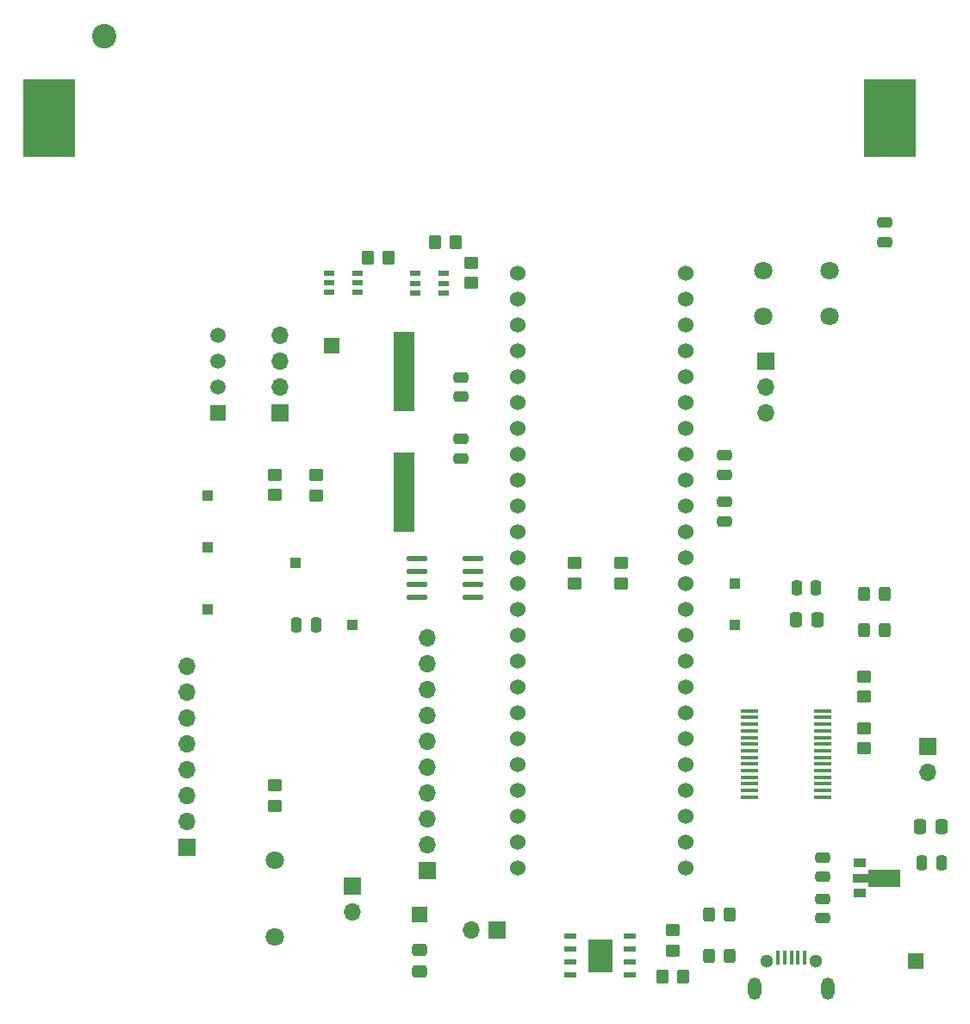
<source format=gbr>
%TF.GenerationSoftware,KiCad,Pcbnew,(7.0.0)*%
%TF.CreationDate,2023-04-03T20:33:43+02:00*%
%TF.ProjectId,EEE3088_design_project,45454533-3038-4385-9f64-657369676e5f,1.0*%
%TF.SameCoordinates,Original*%
%TF.FileFunction,Soldermask,Top*%
%TF.FilePolarity,Negative*%
%FSLAX46Y46*%
G04 Gerber Fmt 4.6, Leading zero omitted, Abs format (unit mm)*
G04 Created by KiCad (PCBNEW (7.0.0)) date 2023-04-03 20:33:43*
%MOMM*%
%LPD*%
G01*
G04 APERTURE LIST*
G04 Aperture macros list*
%AMRoundRect*
0 Rectangle with rounded corners*
0 $1 Rounding radius*
0 $2 $3 $4 $5 $6 $7 $8 $9 X,Y pos of 4 corners*
0 Add a 4 corners polygon primitive as box body*
4,1,4,$2,$3,$4,$5,$6,$7,$8,$9,$2,$3,0*
0 Add four circle primitives for the rounded corners*
1,1,$1+$1,$2,$3*
1,1,$1+$1,$4,$5*
1,1,$1+$1,$6,$7*
1,1,$1+$1,$8,$9*
0 Add four rect primitives between the rounded corners*
20,1,$1+$1,$2,$3,$4,$5,0*
20,1,$1+$1,$4,$5,$6,$7,0*
20,1,$1+$1,$6,$7,$8,$9,0*
20,1,$1+$1,$8,$9,$2,$3,0*%
%AMFreePoly0*
4,1,9,3.862500,-0.866500,0.737500,-0.866500,0.737500,-0.450000,-0.737500,-0.450000,-0.737500,0.450000,0.737500,0.450000,0.737500,0.866500,3.862500,0.866500,3.862500,-0.866500,3.862500,-0.866500,$1*%
G04 Aperture macros list end*
%ADD10R,1.300000X0.900000*%
%ADD11FreePoly0,0.000000*%
%ADD12RoundRect,0.250000X0.450000X-0.350000X0.450000X0.350000X-0.450000X0.350000X-0.450000X-0.350000X0*%
%ADD13RoundRect,0.250000X0.350000X0.450000X-0.350000X0.450000X-0.350000X-0.450000X0.350000X-0.450000X0*%
%ADD14RoundRect,0.250000X-0.250000X-0.475000X0.250000X-0.475000X0.250000X0.475000X-0.250000X0.475000X0*%
%ADD15R,1.700000X1.700000*%
%ADD16O,1.700000X1.700000*%
%ADD17RoundRect,0.250000X0.475000X-0.250000X0.475000X0.250000X-0.475000X0.250000X-0.475000X-0.250000X0*%
%ADD18R,1.500000X1.500000*%
%ADD19R,1.000000X1.000000*%
%ADD20RoundRect,0.250000X-0.337500X-0.475000X0.337500X-0.475000X0.337500X0.475000X-0.337500X0.475000X0*%
%ADD21RoundRect,0.250000X-0.325000X-0.450000X0.325000X-0.450000X0.325000X0.450000X-0.325000X0.450000X0*%
%ADD22C,1.500000*%
%ADD23R,1.000000X0.550013*%
%ADD24C,1.800000*%
%ADD25RoundRect,0.250000X-0.450000X0.350000X-0.450000X-0.350000X0.450000X-0.350000X0.450000X0.350000X0*%
%ADD26RoundRect,0.250000X-0.475000X0.250000X-0.475000X-0.250000X0.475000X-0.250000X0.475000X0.250000X0*%
%ADD27R,0.400000X1.400000*%
%ADD28C,1.300000*%
%ADD29O,1.300000X2.200000*%
%ADD30RoundRect,0.250000X-0.475000X0.337500X-0.475000X-0.337500X0.475000X-0.337500X0.475000X0.337500X0*%
%ADD31RoundRect,0.250000X0.325000X0.450000X-0.325000X0.450000X-0.325000X-0.450000X0.325000X-0.450000X0*%
%ADD32O,2.045009X0.588011*%
%ADD33C,2.400000*%
%ADD34R,5.080010X7.620015*%
%ADD35C,1.524000*%
%ADD36R,1.200000X0.600000*%
%ADD37R,2.400000X3.300000*%
%ADD38R,2.000000X7.875000*%
%ADD39R,1.750000X0.450000*%
G04 APERTURE END LIST*
D10*
%TO.C,U7*%
X172293999Y-141755999D03*
D11*
X172381500Y-143256000D03*
D10*
X172293999Y-144755999D03*
%TD*%
D12*
%TO.C,R9*%
X148844000Y-114300000D03*
X148844000Y-112300000D03*
%TD*%
D13*
%TO.C,R4*%
X154940000Y-152908000D03*
X152940000Y-152908000D03*
%TD*%
D14*
%TO.C,C8*%
X178440000Y-141732000D03*
X180340000Y-141732000D03*
%TD*%
D15*
%TO.C,J3*%
X136651999Y-148335999D03*
D16*
X134111999Y-148335999D03*
%TD*%
D12*
%TO.C,R11*%
X118872000Y-105648000D03*
X118872000Y-103648000D03*
%TD*%
D17*
%TO.C,C10*%
X168656000Y-143124000D03*
X168656000Y-141224000D03*
%TD*%
D14*
%TO.C,C1*%
X166120500Y-114746000D03*
X168020500Y-114746000D03*
%TD*%
%TO.C,C13*%
X116972000Y-118364000D03*
X118872000Y-118364000D03*
%TD*%
D15*
%TO.C,J5*%
X122427999Y-144012999D03*
D16*
X122427999Y-146552999D03*
%TD*%
D18*
%TO.C,TP1*%
X129031999Y-146811999D03*
%TD*%
D19*
%TO.C,TP10*%
X160019999Y-118363999D03*
%TD*%
D20*
%TO.C,C2*%
X166094500Y-117856000D03*
X168169500Y-117856000D03*
%TD*%
D21*
%TO.C,D1*%
X172702000Y-118872000D03*
X174752000Y-118872000D03*
%TD*%
D18*
%TO.C,U8*%
X109219999Y-97536015D03*
D22*
X109220000Y-94996011D03*
X109220000Y-92456005D03*
X109220000Y-89916000D03*
%TD*%
D13*
%TO.C,R5*%
X132588000Y-80772000D03*
X130588000Y-80772000D03*
%TD*%
D17*
%TO.C,C12*%
X174752000Y-80772000D03*
X174752000Y-78872000D03*
%TD*%
D23*
%TO.C,U5*%
X128647948Y-83886037D03*
X128647948Y-84835999D03*
X128647948Y-85785961D03*
X131448050Y-85785961D03*
X131448050Y-84835999D03*
X131448050Y-83886037D03*
%TD*%
D19*
%TO.C,TP5*%
X108203999Y-105663999D03*
%TD*%
D24*
%TO.C,S1*%
X162866064Y-83602064D03*
X169365936Y-83602064D03*
X162866064Y-88101936D03*
X169365936Y-88101936D03*
%TD*%
D25*
%TO.C,R12*%
X114808000Y-134144000D03*
X114808000Y-136144000D03*
%TD*%
D15*
%TO.C,J1*%
X179012999Y-130296999D03*
D16*
X179012999Y-132836999D03*
%TD*%
D24*
%TO.C,TH1*%
X114808000Y-141537936D03*
X114808000Y-149038064D03*
%TD*%
D26*
%TO.C,C5*%
X159004000Y-106304000D03*
X159004000Y-108204000D03*
%TD*%
D19*
%TO.C,TP9*%
X160019999Y-114299999D03*
%TD*%
D23*
%TO.C,U6*%
X120135897Y-83819999D03*
X120135897Y-84769961D03*
X120135897Y-85719923D03*
X122935999Y-85719923D03*
X122935999Y-84769961D03*
X122935999Y-83819999D03*
%TD*%
D15*
%TO.C,J8*%
X106171999Y-140207999D03*
D16*
X106171999Y-137667999D03*
X106171999Y-135127999D03*
X106171999Y-132587999D03*
X106171999Y-130047999D03*
X106171999Y-127507999D03*
X106171999Y-124967999D03*
X106171999Y-122427999D03*
%TD*%
D21*
%TO.C,D4*%
X157462000Y-150876000D03*
X159512000Y-150876000D03*
%TD*%
D12*
%TO.C,R8*%
X144272000Y-114300000D03*
X144272000Y-112300000D03*
%TD*%
D27*
%TO.C,USB1*%
X164308024Y-151051826D03*
X164958012Y-151051826D03*
X165607999Y-151051826D03*
X166257986Y-151051826D03*
X166907974Y-151051826D03*
D28*
X168032943Y-151424446D03*
D29*
X169207948Y-154094498D03*
X162008050Y-154094498D03*
D28*
X163183057Y-151424446D03*
%TD*%
D30*
%TO.C,C9*%
X129032000Y-150346500D03*
X129032000Y-152421500D03*
%TD*%
D12*
%TO.C,R2*%
X172720000Y-125444000D03*
X172720000Y-123444000D03*
%TD*%
D20*
%TO.C,C7*%
X178265000Y-138176000D03*
X180340000Y-138176000D03*
%TD*%
D15*
%TO.C,J6*%
X163067999Y-92470999D03*
D16*
X163067999Y-95010999D03*
X163067999Y-97550999D03*
%TD*%
D31*
%TO.C,D3*%
X159512000Y-146812000D03*
X157462000Y-146812000D03*
%TD*%
D15*
%TO.C,J2*%
X129850999Y-142488999D03*
D16*
X129850999Y-139948999D03*
X129850999Y-137408999D03*
X129850999Y-134868999D03*
X129850999Y-132328999D03*
X129850999Y-129788999D03*
X129850999Y-127248999D03*
X129850999Y-124708999D03*
X129850999Y-122168999D03*
X129850999Y-119628999D03*
%TD*%
D12*
%TO.C,R1*%
X172720000Y-130524000D03*
X172720000Y-128524000D03*
%TD*%
D21*
%TO.C,D2*%
X172702000Y-115316000D03*
X174752000Y-115316000D03*
%TD*%
D17*
%TO.C,C11*%
X168656000Y-147188000D03*
X168656000Y-145288000D03*
%TD*%
D19*
%TO.C,TP6*%
X108203999Y-110743999D03*
%TD*%
D32*
%TO.C,U3*%
X128799583Y-111886995D03*
X128799583Y-113156998D03*
X128799583Y-114427000D03*
X128799583Y-115697003D03*
X134344415Y-115697003D03*
X134344415Y-114427000D03*
X134344415Y-113156998D03*
X134344415Y-111886995D03*
%TD*%
D19*
%TO.C,TP7*%
X122427999Y-118363999D03*
%TD*%
D33*
%TO.C,BT1*%
X98106837Y-60580000D03*
D34*
X175259999Y-68579999D03*
X92633633Y-68579999D03*
%TD*%
D18*
%TO.C,TP3*%
X177799999Y-151383999D03*
%TD*%
D35*
%TO.C,J7*%
X138684000Y-83820000D03*
X138684000Y-86360000D03*
X138684000Y-88900000D03*
X138684000Y-91440000D03*
X138684000Y-93980000D03*
X138684000Y-96520000D03*
X138684000Y-99060000D03*
X138684000Y-101600000D03*
X138684000Y-104140000D03*
X138684000Y-106680000D03*
X138684000Y-109220000D03*
X138684000Y-111760000D03*
X138684000Y-114300000D03*
X138684000Y-116840000D03*
X138684000Y-119380000D03*
X138684000Y-121920000D03*
X138684000Y-124460000D03*
X138684000Y-127000000D03*
X138684000Y-129540000D03*
X138684000Y-132080000D03*
X138684000Y-134620000D03*
X138684000Y-137160000D03*
X138684000Y-139700000D03*
X138684000Y-142240000D03*
X155194000Y-142240000D03*
X155194000Y-139700000D03*
X155194000Y-137160000D03*
X155194000Y-134620000D03*
X155194000Y-132080000D03*
X155194000Y-129540000D03*
X155194000Y-127000000D03*
X155194000Y-124460000D03*
X155194000Y-121920000D03*
X155194000Y-119380000D03*
X155194000Y-116840000D03*
X155194000Y-114300000D03*
X155194000Y-111760000D03*
X155194000Y-109220000D03*
X155194000Y-106680000D03*
X155194000Y-104140000D03*
X155194000Y-101600000D03*
X155194000Y-99060000D03*
X155194000Y-96520000D03*
X155194000Y-93980000D03*
X155194000Y-91440000D03*
X155194000Y-88900000D03*
X155194000Y-86360000D03*
X155194000Y-83820000D03*
%TD*%
D18*
%TO.C,TP2*%
X120395999Y-90931999D03*
%TD*%
D25*
%TO.C,R7*%
X134112000Y-82804000D03*
X134112000Y-84804000D03*
%TD*%
D17*
%TO.C,C3*%
X133129000Y-102009000D03*
X133129000Y-100109000D03*
%TD*%
D36*
%TO.C,U4*%
X143903693Y-148970995D03*
X143903693Y-150240998D03*
X143903693Y-151511000D03*
X143903693Y-152781003D03*
X149720305Y-152781003D03*
X149720305Y-151511000D03*
X149720305Y-150240998D03*
X149720305Y-148970995D03*
D37*
X146811999Y-150875999D03*
%TD*%
D15*
%TO.C,J4*%
X115315999Y-97535999D03*
D16*
X115315999Y-94995999D03*
X115315999Y-92455999D03*
X115315999Y-89915999D03*
%TD*%
D17*
%TO.C,C4*%
X133129000Y-95979000D03*
X133129000Y-94079000D03*
%TD*%
D19*
%TO.C,TP4*%
X116839999Y-112267999D03*
%TD*%
D13*
%TO.C,R6*%
X125984000Y-82296000D03*
X123984000Y-82296000D03*
%TD*%
D38*
%TO.C,Y1*%
X127507999Y-93471999D03*
X127507999Y-105346999D03*
%TD*%
D12*
%TO.C,R10*%
X114808000Y-105632000D03*
X114808000Y-103632000D03*
%TD*%
D25*
%TO.C,R3*%
X153924000Y-148368000D03*
X153924000Y-150368000D03*
%TD*%
D19*
%TO.C,TP8*%
X108203999Y-116839999D03*
%TD*%
D39*
%TO.C,U2*%
X161499999Y-126838999D03*
X161499999Y-127488999D03*
X161499999Y-128138999D03*
X161499999Y-128788999D03*
X161499999Y-129438999D03*
X161499999Y-130088999D03*
X161499999Y-130738999D03*
X161499999Y-131388999D03*
X161499999Y-132038999D03*
X161499999Y-132688999D03*
X161499999Y-133338999D03*
X161499999Y-133988999D03*
X161499999Y-134638999D03*
X161499999Y-135288999D03*
X168699999Y-135288999D03*
X168699999Y-134638999D03*
X168699999Y-133988999D03*
X168699999Y-133338999D03*
X168699999Y-132688999D03*
X168699999Y-132038999D03*
X168699999Y-131388999D03*
X168699999Y-130738999D03*
X168699999Y-130088999D03*
X168699999Y-129438999D03*
X168699999Y-128788999D03*
X168699999Y-128138999D03*
X168699999Y-127488999D03*
X168699999Y-126838999D03*
%TD*%
D17*
%TO.C,C6*%
X159004000Y-103632000D03*
X159004000Y-101732000D03*
%TD*%
M02*

</source>
